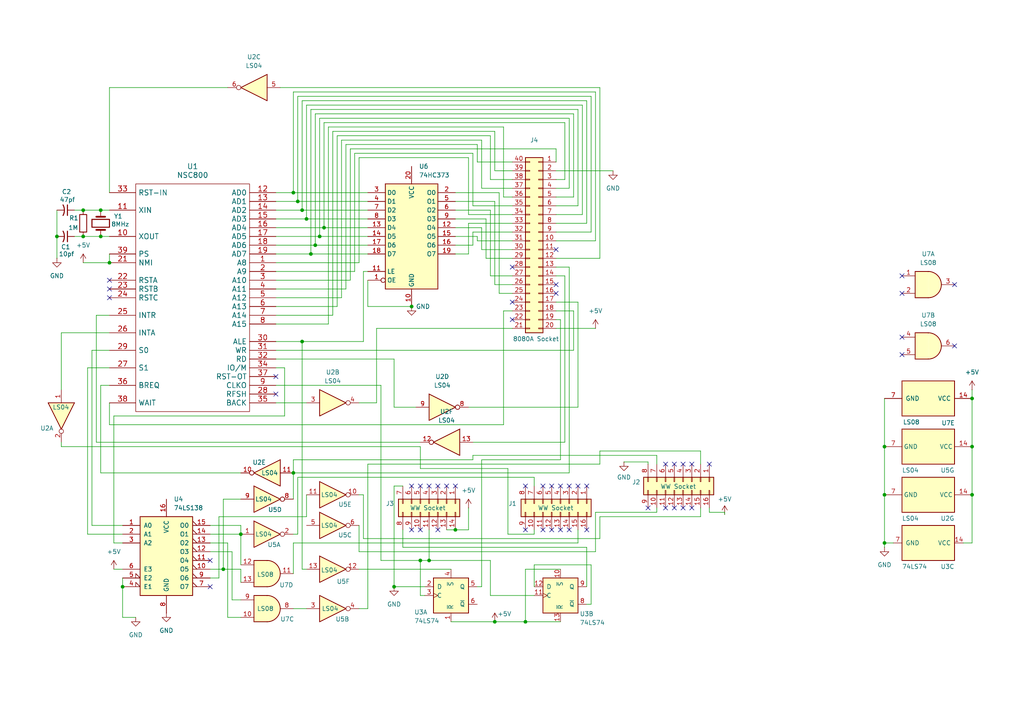
<source format=kicad_sch>
(kicad_sch (version 20250114) (generator "eeschema") (generator_version "9.0")
  (paper "A4")
  (lib_symbols
    (symbol "74xx:74HC373"
      (property "Reference" "U" (at -7.62 16.51 0))
      (property "Value" "74HC373" (at -7.62 -16.51 0))
      (symbol "74HC373_1_0"
        (pin input line (at -12.7 12.7 0) (length 5.08) (name "D0") (number "3"))
        (pin input line (at -12.7 10.16 0) (length 5.08) (name "D1") (number "4"))
        (pin input line (at -12.7 7.62 0) (length 5.08) (name "D2") (number "7"))
        (pin input line (at -12.7 5.08 0) (length 5.08) (name "D3") (number "8"))
        (pin input line (at -12.7 2.54 0) (length 5.08) (name "D4") (number "13"))
        (pin input line (at -12.7 0 0) (length 5.08) (name "D5") (number "14"))
        (pin input line (at -12.7 -2.54 0) (length 5.08) (name "D6") (number "17"))
        (pin input line (at -12.7 -5.08 0) (length 5.08) (name "D7") (number "18"))
        (pin input line (at -12.7 -10.16 0) (length 5.08) (name "LE") (number "11"))
        (pin input inverted (at -12.7 -12.7 0) (length 5.08) (name "OE") (number "1"))
        (pin power_in line (at 0 20.32 270) (length 5.08) (name "VCC") (number "20"))
        (pin power_in line (at 0 -20.32 90) (length 5.08) (name "GND") (number "10"))
        (pin tri_state line (at 12.7 12.7 180) (length 5.08) (name "O0") (number "2"))
        (pin tri_state line (at 12.7 10.16 180) (length 5.08) (name "O1") (number "5"))
        (pin tri_state line (at 12.7 7.62 180) (length 5.08) (name "O2") (number "6"))
        (pin tri_state line (at 12.7 5.08 180) (length 5.08) (name "O3") (number "9"))
        (pin tri_state line (at 12.7 2.54 180) (length 5.08) (name "O4") (number "12"))
        (pin tri_state line (at 12.7 0 180) (length 5.08) (name "O5") (number "15"))
        (pin tri_state line (at 12.7 -2.54 180) (length 5.08) (name "O6") (number "16"))
        (pin tri_state line (at 12.7 -5.08 180) (length 5.08) (name "O7") (number "19"))
      )
    )
    (symbol "74xx:74LS04"
      (property "Reference" "U" (at 0 1.27 0))
      (property "Value" "74LS04" (at 0 -1.27 0))
      (symbol "74LS04_1_0"
        (pin input line (at -7.62 0 0) (length 3.81) (name "~") (number "1"))
        (pin output inverted (at 7.62 0 180) (length 3.81) (name "~") (number "2"))
      )
      (symbol "74LS04_2_0"
        (pin input line (at -7.62 0 0) (length 3.81) (name "~") (number "3"))
        (pin output inverted (at 7.62 0 180) (length 3.81) (name "~") (number "4"))
      )
      (symbol "74LS04_3_0"
        (pin input line (at -7.62 0 0) (length 3.81) (name "~") (number "5"))
        (pin output inverted (at 7.62 0 180) (length 3.81) (name "~") (number "6"))
      )
      (symbol "74LS04_4_0"
        (pin input line (at -7.62 0 0) (length 3.81) (name "~") (number "9"))
        (pin output inverted (at 7.62 0 180) (length 3.81) (name "~") (number "8"))
      )
      (symbol "74LS04_5_0"
        (pin input line (at -7.62 0 0) (length 3.81) (name "~") (number "11"))
        (pin output inverted (at 7.62 0 180) (length 3.81) (name "~") (number "10"))
      )
      (symbol "74LS04_6_0"
        (pin input line (at -7.62 0 0) (length 3.81) (name "~") (number "13"))
        (pin output inverted (at 7.62 0 180) (length 3.81) (name "~") (number "12"))
      )
      (symbol "74LS04_7_0"
        (pin power_in line (at 0 12.7 270) (length 5.08) (name "VCC") (number "14"))
        (pin power_in line (at 0 -12.7 90) (length 5.08) (name "GND") (number "7"))
      )
    )
    (symbol "74xx:74LS08" (pin_names (offset 1.016))
      (property "Reference" "U" (at 0 1.27 0))
      (property "Value" "74LS08" (at 0 -1.27 0))
      (symbol "74LS08_1_1"
        (pin input line (at -7.62 2.54 0) (length 3.81) (name "~") (number "1"))
        (pin input line (at -7.62 -2.54 0) (length 3.81) (name "~") (number "2"))
        (pin output line (at 7.62 0 180) (length 3.81) (name "~") (number "3"))
      )
      (symbol "74LS08_1_2"
        (pin input inverted (at -7.62 2.54 0) (length 4.318) (name "~") (number "1"))
        (pin input inverted (at -7.62 -2.54 0) (length 4.318) (name "~") (number "2"))
        (pin output inverted (at 7.62 0 180) (length 3.81) (name "~") (number "3"))
      )
      (symbol "74LS08_2_1"
        (pin input line (at -7.62 2.54 0) (length 3.81) (name "~") (number "4"))
        (pin input line (at -7.62 -2.54 0) (length 3.81) (name "~") (number "5"))
        (pin output line (at 7.62 0 180) (length 3.81) (name "~") (number "6"))
      )
      (symbol "74LS08_2_2"
        (pin input inverted (at -7.62 2.54 0) (length 4.318) (name "~") (number "4"))
        (pin input inverted (at -7.62 -2.54 0) (length 4.318) (name "~") (number "5"))
        (pin output inverted (at 7.62 0 180) (length 3.81) (name "~") (number "6"))
      )
      (symbol "74LS08_3_1"
        (pin input line (at -7.62 2.54 0) (length 3.81) (name "~") (number "9"))
        (pin input line (at -7.62 -2.54 0) (length 3.81) (name "~") (number "10"))
        (pin output line (at 7.62 0 180) (length 3.81) (name "~") (number "8"))
      )
      (symbol "74LS08_3_2"
        (pin input inverted (at -7.62 2.54 0) (length 4.318) (name "~") (number "9"))
        (pin input inverted (at -7.62 -2.54 0) (length 4.318) (name "~") (number "10"))
        (pin output inverted (at 7.62 0 180) (length 3.81) (name "~") (number "8"))
      )
      (symbol "74LS08_4_1"
        (pin input line (at -7.62 2.54 0) (length 3.81) (name "~") (number "12"))
        (pin input line (at -7.62 -2.54 0) (length 3.81) (name "~") (number "13"))
        (pin output line (at 7.62 0 180) (length 3.81) (name "~") (number "11"))
      )
      (symbol "74LS08_4_2"
        (pin input inverted (at -7.62 2.54 0) (length 4.318) (name "~") (number "12"))
        (pin input inverted (at -7.62 -2.54 0) (length 4.318) (name "~") (number "13"))
        (pin output inverted (at 7.62 0 180) (length 3.81) (name "~") (number "11"))
      )
      (symbol "74LS08_5_0"
        (pin power_in line (at 0 12.7 270) (length 5.08) (name "VCC") (number "14"))
        (pin power_in line (at 0 -12.7 90) (length 5.08) (name "GND") (number "7"))
      )
    )
    (symbol "74xx:74LS138" (pin_names (offset 1.016))
      (property "Reference" "U" (at -7.62 11.43 0))
      (property "Value" "74LS138" (at -7.62 -13.97 0))
      (symbol "74LS138_1_0"
        (pin input line (at -12.7 7.62 0) (length 5.08) (name "A0") (number "1"))
        (pin input line (at -12.7 5.08 0) (length 5.08) (name "A1") (number "2"))
        (pin input line (at -12.7 2.54 0) (length 5.08) (name "A2") (number "3"))
        (pin input line (at -12.7 -5.08 0) (length 5.08) (name "E3") (number "6"))
        (pin input input_low (at -12.7 -7.62 0) (length 5.08) (name "E2") (number "5"))
        (pin input input_low (at -12.7 -10.16 0) (length 5.08) (name "E1") (number "4"))
        (pin power_in line (at 0 15.24 270) (length 5.08) (name "VCC") (number "16"))
        (pin power_in line (at 0 -17.78 90) (length 5.08) (name "GND") (number "8"))
        (pin output output_low (at 12.7 7.62 180) (length 5.08) (name "O0") (number "15"))
        (pin output output_low (at 12.7 5.08 180) (length 5.08) (name "O1") (number "14"))
        (pin output output_low (at 12.7 2.54 180) (length 5.08) (name "O2") (number "13"))
        (pin output output_low (at 12.7 0 180) (length 5.08) (name "O3") (number "12"))
        (pin output output_low (at 12.7 -2.54 180) (length 5.08) (name "O4") (number "11"))
        (pin output output_low (at 12.7 -5.08 180) (length 5.08) (name "O5") (number "10"))
        (pin output output_low (at 12.7 -7.62 180) (length 5.08) (name "O6") (number "9"))
        (pin output output_low (at 12.7 -10.16 180) (length 5.08) (name "O7") (number "7"))
      )
    )
    (symbol "74xx:74LS74" (pin_names (offset 1.016))
      (property "Reference" "U" (at -7.62 8.89 0))
      (property "Value" "74LS74" (at -7.62 -8.89 0))
      (symbol "74LS74_1_0"
        (pin input line (at -7.62 2.54 0) (length 2.54) (name "D") (number "2"))
        (pin input clock (at -7.62 0 0) (length 2.54) (name "C") (number "3"))
        (pin input line (at 0 7.62 270) (length 2.54) (name "~{S}") (number "4"))
        (pin input line (at 0 -7.62 90) (length 2.54) (name "~{R}") (number "1"))
        (pin output line (at 7.62 2.54 180) (length 2.54) (name "Q") (number "5"))
        (pin output line (at 7.62 -2.54 180) (length 2.54) (name "~{Q}") (number "6"))
      )
      (symbol "74LS74_2_0"
        (pin input line (at -7.62 2.54 0) (length 2.54) (name "D") (number "12"))
        (pin input clock (at -7.62 0 0) (length 2.54) (name "C") (number "11"))
        (pin input line (at 0 7.62 270) (length 2.54) (name "~{S}") (number "10"))
        (pin input line (at 0 -7.62 90) (length 2.54) (name "~{R}") (number "13"))
        (pin output line (at 7.62 2.54 180) (length 2.54) (name "Q") (number "9"))
        (pin output line (at 7.62 -2.54 180) (length 2.54) (name "~{Q}") (number "8"))
      )
      (symbol "74LS74_3_0"
        (pin power_in line (at 0 10.16 270) (length 2.54) (name "VCC") (number "14"))
        (pin power_in line (at 0 -10.16 90) (length 2.54) (name "GND") (number "7"))
      )
    )
    (symbol "Connector_Generic:Conn_02x07_Counter_Clockwise" (pin_names (offset 1.016) (hide yes))
      (property "Reference" "J" (at 1.27 10.16 0))
      (property "Value" "Conn_02x07_Counter_Clockwise" (at 1.27 -10.16 0))
      (symbol "Conn_02x07_Counter_Clockwise_1_1"
        (pin passive line (at -5.08 7.62 0) (length 3.81) (name "Pin_1") (number "1"))
        (pin passive line (at -5.08 5.08 0) (length 3.81) (name "Pin_2") (number "2"))
        (pin passive line (at -5.08 2.54 0) (length 3.81) (name "Pin_3") (number "3"))
        (pin passive line (at -5.08 0 0) (length 3.81) (name "Pin_4") (number "4"))
        (pin passive line (at -5.08 -2.54 0) (length 3.81) (name "Pin_5") (number "5"))
        (pin passive line (at -5.08 -5.08 0) (length 3.81) (name "Pin_6") (number "6"))
        (pin passive line (at -5.08 -7.62 0) (length 3.81) (name "Pin_7") (number "7"))
        (pin passive line (at 7.62 7.62 180) (length 3.81) (name "Pin_14") (number "14"))
        (pin passive line (at 7.62 5.08 180) (length 3.81) (name "Pin_13") (number "13"))
        (pin passive line (at 7.62 2.54 180) (length 3.81) (name "Pin_12") (number "12"))
        (pin passive line (at 7.62 0 180) (length 3.81) (name "Pin_11") (number "11"))
        (pin passive line (at 7.62 -2.54 180) (length 3.81) (name "Pin_10") (number "10"))
        (pin passive line (at 7.62 -5.08 180) (length 3.81) (name "Pin_9") (number "9"))
        (pin passive line (at 7.62 -7.62 180) (length 3.81) (name "Pin_8") (number "8"))
      )
    )
    (symbol "Connector_Generic:Conn_02x08_Counter_Clockwise" (pin_names (offset 1.016) (hide yes))
      (property "Reference" "J" (at 1.27 10.16 0))
      (property "Value" "Conn_02x08_Counter_Clockwise" (at 1.27 -12.7 0))
      (symbol "Conn_02x08_Counter_Clockwise_1_1"
        (pin passive line (at -5.08 7.62 0) (length 3.81) (name "Pin_1") (number "1"))
        (pin passive line (at -5.08 5.08 0) (length 3.81) (name "Pin_2") (number "2"))
        (pin passive line (at -5.08 2.54 0) (length 3.81) (name "Pin_3") (number "3"))
        (pin passive line (at -5.08 0 0) (length 3.81) (name "Pin_4") (number "4"))
        (pin passive line (at -5.08 -2.54 0) (length 3.81) (name "Pin_5") (number "5"))
        (pin passive line (at -5.08 -5.08 0) (length 3.81) (name "Pin_6") (number "6"))
        (pin passive line (at -5.08 -7.62 0) (length 3.81) (name "Pin_7") (number "7"))
        (pin passive line (at -5.08 -10.16 0) (length 3.81) (name "Pin_8") (number "8"))
        (pin passive line (at 7.62 7.62 180) (length 3.81) (name "Pin_16") (number "16"))
        (pin passive line (at 7.62 5.08 180) (length 3.81) (name "Pin_15") (number "15"))
        (pin passive line (at 7.62 2.54 180) (length 3.81) (name "Pin_14") (number "14"))
        (pin passive line (at 7.62 0 180) (length 3.81) (name "Pin_13") (number "13"))
        (pin passive line (at 7.62 -2.54 180) (length 3.81) (name "Pin_12") (number "12"))
        (pin passive line (at 7.62 -5.08 180) (length 3.81) (name "Pin_11") (number "11"))
        (pin passive line (at 7.62 -7.62 180) (length 3.81) (name "Pin_10") (number "10"))
        (pin passive line (at 7.62 -10.16 180) (length 3.81) (name "Pin_9") (number "9"))
      )
    )
    (symbol "Connector_Generic:Conn_02x20_Counter_Clockwise" (pin_names (offset 1.016) (hide yes))
      (property "Reference" "J" (at 1.27 25.4 0))
      (property "Value" "Conn_02x20_Counter_Clockwise" (at 1.27 -27.94 0))
      (symbol "Conn_02x20_Counter_Clockwise_1_1"
        (pin passive line (at -5.08 22.86 0) (length 3.81) (name "Pin_1") (number "1"))
        (pin passive line (at -5.08 20.32 0) (length 3.81) (name "Pin_2") (number "2"))
        (pin passive line (at -5.08 17.78 0) (length 3.81) (name "Pin_3") (number "3"))
        (pin passive line (at -5.08 15.24 0) (length 3.81) (name "Pin_4") (number "4"))
        (pin passive line (at -5.08 12.7 0) (length 3.81) (name "Pin_5") (number "5"))
        (pin passive line (at -5.08 10.16 0) (length 3.81) (name "Pin_6") (number "6"))
        (pin passive line (at -5.08 7.62 0) (length 3.81) (name "Pin_7") (number "7"))
        (pin passive line (at -5.08 5.08 0) (length 3.81) (name "Pin_8") (number "8"))
        (pin passive line (at -5.08 2.54 0) (length 3.81) (name "Pin_9") (number "9"))
        (pin passive line (at -5.08 0 0) (length 3.81) (name "Pin_10") (number "10"))
        (pin passive line (at -5.08 -2.54 0) (length 3.81) (name "Pin_11") (number "11"))
        (pin passive line (at -5.08 -5.08 0) (length 3.81) (name "Pin_12") (number "12"))
        (pin passive line (at -5.08 -7.62 0) (length 3.81) (name "Pin_13") (number "13"))
        (pin passive line (at -5.08 -10.16 0) (length 3.81) (name "Pin_14") (number "14"))
        (pin passive line (at -5.08 -12.7 0) (length 3.81) (name "Pin_15") (number "15"))
        (pin passive line (at -5.08 -15.24 0) (length 3.81) (name "Pin_16") (number "16"))
        (pin passive line (at -5.08 -17.78 0) (length 3.81) (name "Pin_17") (number "17"))
        (pin passive line (at -5.08 -20.32 0) (length 3.81) (name "Pin_18") (number "18"))
        (pin passive line (at -5.08 -22.86 0) (length 3.81) (name "Pin_19") (number "19"))
        (pin passive line (at -5.08 -25.4 0) (length 3.81) (name "Pin_20") (number "20"))
        (pin passive line (at 7.62 22.86 180) (length 3.81) (name "Pin_40") (number "40"))
        (pin passive line (at 7.62 20.32 180) (length 3.81) (name "Pin_39") (number "39"))
        (pin passive line (at 7.62 17.78 180) (length 3.81) (name "Pin_38") (number "38"))
        (pin passive line (at 7.62 15.24 180) (length 3.81) (name "Pin_37") (number "37"))
        (pin passive line (at 7.62 12.7 180) (length 3.81) (name "Pin_36") (number "36"))
        (pin passive line (at 7.62 10.16 180) (length 3.81) (name "Pin_35") (number "35"))
        (pin passive line (at 7.62 7.62 180) (length 3.81) (name "Pin_34") (number "34"))
        (pin passive line (at 7.62 5.08 180) (length 3.81) (name "Pin_33") (number "33"))
        (pin passive line (at 7.62 2.54 180) (length 3.81) (name "Pin_32") (number "32"))
        (pin passive line (at 7.62 0 180) (length 3.81) (name "Pin_31") (number "31"))
        (pin passive line (at 7.62 -2.54 180) (length 3.81) (name "Pin_30") (number "30"))
        (pin passive line (at 7.62 -5.08 180) (length 3.81) (name "Pin_29") (number "29"))
        (pin passive line (at 7.62 -7.62 180) (length 3.81) (name "Pin_28") (number "28"))
        (pin passive line (at 7.62 -10.16 180) (length 3.81) (name "Pin_27") (number "27"))
        (pin passive line (at 7.62 -12.7 180) (length 3.81) (name "Pin_26") (number "26"))
        (pin passive line (at 7.62 -15.24 180) (length 3.81) (name "Pin_25") (number "25"))
        (pin passive line (at 7.62 -17.78 180) (length 3.81) (name "Pin_24") (number "24"))
        (pin passive line (at 7.62 -20.32 180) (length 3.81) (name "Pin_23") (number "23"))
        (pin passive line (at 7.62 -22.86 180) (length 3.81) (name "Pin_22") (number "22"))
        (pin passive line (at 7.62 -25.4 180) (length 3.81) (name "Pin_21") (number "21"))
      )
    )
    (symbol "Device:C_Small_US" (pin_numbers (hide yes)) (pin_names (offset 0.254) (hide yes))
      (property "Reference" "C" (at 0.254 1.778 0))
      (property "Value" "C_Small_US" (at 0.254 -2.032 0))
      (symbol "C_Small_US_1_1"
        (pin passive line (at 0 2.54 270) (length 2.032) (name "~") (number "1"))
        (pin passive line (at 0 -2.54 90) (length 2.032) (name "~") (number "2"))
      )
    )
    (symbol "Device:Crystal" (pin_numbers (hide yes)) (pin_names (offset 1.016) (hide yes))
      (property "Reference" "Y" (at 0 3.81 0))
      (property "Value" "Crystal" (at 0 -3.81 0))
      (symbol "Crystal_1_1"
        (pin passive line (at -3.81 0 0) (length 1.27) (name "1") (number "1"))
        (pin passive line (at 3.81 0 180) (length 1.27) (name "2") (number "2"))
      )
    )
    (symbol "Device:R" (pin_numbers (hide yes)) (pin_names (offset 0))
      (property "Reference" "R" (at 2.032 0 90))
      (property "Value" "R" (at 0 0 90))
      (symbol "R_1_1"
        (pin passive line (at 0 3.81 270) (length 1.27) (name "~") (number "1"))
        (pin passive line (at 0 -3.81 90) (length 1.27) (name "~") (number "2"))
      )
    )
    (symbol "MyStuff:NSC800" (pin_names (offset 0.762))
      (property "Reference" "U" (at 0 34.29 0))
      (property "Value" "NSC800" (at 0 -34.29 0))
      (symbol "NSC800_1_1"
        (pin input line (at -24.13 30.48 0) (length 7.62) (name "RST-IN") (number "33"))
        (pin input line (at -24.13 25.4 0) (length 7.62) (name "XIN") (number "11"))
        (pin input line (at -24.13 17.78 0) (length 7.62) (name "XOUT") (number "10"))
        (pin input line (at -24.13 12.7 0) (length 7.62) (name "PS") (number "39"))
        (pin input line (at -24.13 10.16 0) (length 7.62) (name "NMI") (number "21"))
        (pin input line (at -24.13 5.08 0) (length 7.62) (name "RSTA") (number "22"))
        (pin input line (at -24.13 2.54 0) (length 7.62) (name "RSTB") (number "23"))
        (pin input line (at -24.13 0 0) (length 7.62) (name "RSTC") (number "24"))
        (pin input line (at -24.13 -5.08 0) (length 7.62) (name "INTR") (number "25"))
        (pin input line (at -24.13 -10.16 0) (length 7.62) (name "INTA") (number "26"))
        (pin output line (at -24.13 -15.24 0) (length 7.62) (name "S0") (number "29"))
        (pin output line (at -24.13 -20.32 0) (length 7.62) (name "S1") (number "27"))
        (pin input line (at -24.13 -25.4 0) (length 7.62) (name "BREQ") (number "36"))
        (pin input line (at -24.13 -30.48 0) (length 7.62) (name "WAIT") (number "38"))
        (pin power_in line (at -16.51 33.02 270) (length 0) (hide yes) (name "VCC") (number "40"))
        (pin power_in line (at -16.51 -33.02 90) (length 0) (hide yes) (name "VSS") (number "20"))
        (pin bidirectional line (at 24.13 30.48 180) (length 7.62) (name "AD0") (number "12"))
        (pin bidirectional line (at 24.13 27.94 180) (length 7.62) (name "AD1") (number "13"))
        (pin bidirectional line (at 24.13 25.4 180) (length 7.62) (name "AD2") (number "14"))
        (pin bidirectional line (at 24.13 22.86 180) (length 7.62) (name "AD3") (number "15"))
        (pin bidirectional line (at 24.13 20.32 180) (length 7.62) (name "AD4") (number "16"))
        (pin bidirectional line (at 24.13 17.78 180) (length 7.62) (name "AD5") (number "17"))
        (pin bidirectional line (at 24.13 15.24 180) (length 7.62) (name "AD6") (number "18"))
        (pin bidirectional line (at 24.13 12.7 180) (length 7.62) (name "AD7") (number "19"))
        (pin bidirectional line (at 24.13 10.16 180) (length 7.62) (name "A8") (number "1"))
        (pin bidirectional line (at 24.13 7.62 180) (length 7.62) (name "A9") (number "2"))
        (pin bidirectional line (at 24.13 5.08 180) (length 7.62) (name "A10") (number "3"))
        (pin bidirectional line (at 24.13 2.54 180) (length 7.62) (name "A11") (number "4"))
        (pin bidirectional line (at 24.13 0 180) (length 7.62) (name "A12") (number "5"))
        (pin bidirectional line (at 24.13 -2.54 180) (length 7.62) (name "A13") (number "6"))
        (pin bidirectional line (at 24.13 -5.08 180) (length 7.62) (name "A14") (number "7"))
        (pin bidirectional line (at 24.13 -7.62 180) (length 7.62) (name "A15") (number "8"))
        (pin output line (at 24.13 -12.7 180) (length 7.62) (name "ALE") (number "30"))
        (pin output line (at 24.13 -15.24 180) (length 7.62) (name "WR") (number "31"))
        (pin output line (at 24.13 -17.78 180) (length 7.62) (name "RD") (number "32"))
        (pin output line (at 24.13 -20.32 180) (length 7.62) (name "IO/M") (number "34"))
        (pin output line (at 24.13 -22.86 180) (length 7.62) (name "RST-OT") (number "37"))
        (pin output line (at 24.13 -25.4 180) (length 7.62) (name "CLKO") (number "9"))
        (pin output line (at 24.13 -27.94 180) (length 7.62) (name "RFSH") (number "28"))
        (pin output line (at 24.13 -30.48 180) (length 7.62) (name "BACK") (number "35"))
      )
    )
    (symbol "power:+5V" (power) (pin_numbers (hide yes)) (pin_names (offset 0) (hide yes))
      (property "Value" "+5V" (at 0 3.556 0))
      (symbol "+5V_1_1"
        (pin power_in line (at 0 0 90) (length 0) (name "~") (number "1"))
      )
    )
    (symbol "power:GND" (power) (pin_numbers (hide yes)) (pin_names (offset 0) (hide yes))
      (property "Value" "GND" (at 0 -3.81 0))
      (symbol "GND_1_1"
        (pin power_in line (at 0 0 270) (length 0) (name "~") (number "1"))
      )
    )
  )
  (junction (at 87.63 60.96))
  (junction (at 256.54 143.51))
  (junction (at 281.94 129.54))
  (junction (at 16.51 68.58))
  (junction (at 256.54 157.48))
  (junction (at 86.36 58.42))
  (junction (at 281.94 115.57))
  (junction (at 35.56 170.18))
  (junction (at 256.54 129.54))
  (junction (at 143.51 180.34))
  (junction (at 29.21 68.58))
  (junction (at 31.75 76.2))
  (junction (at 64.77 165.1))
  (junction (at 87.63 99.06))
  (junction (at 281.94 143.51))
  (junction (at 85.09 137.16))
  (junction (at 121.92 162.56))
  (junction (at 69.85 154.94))
  (junction (at 132.08 153.67))
  (junction (at 24.13 60.96))
  (junction (at 114.3 170.18))
  (junction (at 92.71 68.58))
  (junction (at 88.9 63.5))
  (junction (at 124.46 162.56))
  (junction (at 93.98 66.04))
  (junction (at 29.21 60.96))
  (junction (at 24.13 68.58))
  (junction (at 119.38 88.9))
  (junction (at 90.17 73.66))
  (junction (at 152.4 180.34))
  (junction (at 85.09 55.88))
  (junction (at 91.44 71.12))
  (no_connect (at 200.66 134.62))
  (no_connect (at 276.86 82.55))
  (no_connect (at 60.96 170.18))
  (no_connect (at 161.29 72.39))
  (no_connect (at 205.74 134.62))
  (no_connect (at 31.75 83.82))
  (no_connect (at 165.1 140.97))
  (no_connect (at 187.96 147.32))
  (no_connect (at 124.46 140.97))
  (no_connect (at 193.04 147.32))
  (no_connect (at 162.56 153.67))
  (no_connect (at 161.29 82.55))
  (no_connect (at 160.02 140.97))
  (no_connect (at 198.12 134.62))
  (no_connect (at 157.48 153.67))
  (no_connect (at 60.96 162.56))
  (no_connect (at 80.01 109.22))
  (no_connect (at 261.62 80.01))
  (no_connect (at 148.59 77.47))
  (no_connect (at 127 153.67))
  (no_connect (at 195.58 134.62))
  (no_connect (at 119.38 140.97))
  (no_connect (at 119.38 153.67))
  (no_connect (at 170.18 153.67))
  (no_connect (at 200.66 147.32))
  (no_connect (at 152.4 140.97))
  (no_connect (at 162.56 140.97))
  (no_connect (at 148.59 87.63))
  (no_connect (at 121.92 153.67))
  (no_connect (at 31.75 86.36))
  (no_connect (at 121.92 140.97))
  (no_connect (at 31.75 81.28))
  (no_connect (at 127 140.97))
  (no_connect (at 129.54 140.97))
  (no_connect (at 198.12 147.32))
  (no_connect (at 261.62 85.09))
  (no_connect (at 160.02 153.67))
  (no_connect (at 261.62 97.79))
  (no_connect (at 152.4 153.67))
  (no_connect (at 80.01 114.3))
  (no_connect (at 170.18 140.97))
  (no_connect (at 132.08 140.97))
  (no_connect (at 167.64 140.97))
  (no_connect (at 195.58 147.32))
  (no_connect (at 193.04 134.62))
  (no_connect (at 276.86 100.33))
  (no_connect (at 261.62 102.87))
  (no_connect (at 148.59 92.71))
  (no_connect (at 165.1 153.67))
  (no_connect (at 157.48 140.97))
  (no_connect (at 161.29 85.09))
  (wire (pts (xy 140.97 74.93) (xy 148.59 74.93)))
  (wire (pts (xy 80.01 104.14) (xy 114.3 104.14)))
  (wire (pts (xy 161.29 92.71) (xy 162.56 92.71)))
  (wire (pts (xy 139.7 133.35) (xy 139.7 170.18)))
  (wire (pts (xy 64.77 165.1) (xy 69.85 165.1)))
  (wire (pts (xy 146.05 57.15) (xy 148.59 57.15)))
  (wire (pts (xy 147.32 135.89) (xy 147.32 154.94)))
  (wire (pts (xy 161.29 74.93) (xy 173.99 74.93)))
  (wire (pts (xy 27.94 91.44) (xy 31.75 91.44)))
  (wire (pts (xy 104.14 45.72) (xy 135.89 45.72)))
  (wire (pts (xy 109.22 116.84) (xy 109.22 95.25)))
  (wire (pts (xy 138.43 46.99) (xy 148.59 46.99)))
  (wire (pts (xy 35.56 179.07) (xy 39.37 179.07)))
  (wire (pts (xy 142.24 80.01) (xy 148.59 80.01)))
  (wire (pts (xy 60.96 165.1) (xy 64.77 165.1)))
  (wire (pts (xy 104.14 116.84) (xy 109.22 116.84)))
  (wire (pts (xy 64.77 165.1) (xy 64.77 144.78)))
  (wire (pts (xy 80.01 60.96) (xy 87.63 60.96)))
  (wire (pts (xy 139.7 170.18) (xy 138.43 170.18)))
  (wire (pts (xy 162.56 180.34) (xy 152.4 180.34)))
  (wire (pts (xy 154.94 138.43) (xy 154.94 140.97)))
  (wire (pts (xy 96.52 38.1) (xy 143.51 38.1)))
  (wire (pts (xy 116.84 158.75) (xy 170.18 158.75)))
  (wire (pts (xy 69.85 165.1) (xy 69.85 168.91)))
  (wire (pts (xy 137.16 132.08) (xy 137.16 133.35)))
  (wire (pts (xy 104.14 165.1) (xy 130.81 165.1)))
  (wire (pts (xy 85.09 154.94) (xy 86.36 154.94)))
  (wire (pts (xy 99.06 40.64) (xy 139.7 40.64)))
  (wire (pts (xy 66.04 157.48) (xy 66.04 179.07)))
  (wire (pts (xy 106.68 134.62) (xy 173.99 134.62)))
  (wire (pts (xy 31.75 73.66) (xy 31.75 76.2)))
  (wire (pts (xy 124.46 162.56) (xy 121.92 162.56)))
  (wire (pts (xy 142.24 162.56) (xy 142.24 172.72)))
  (wire (pts (xy 69.85 137.16) (xy 29.21 137.16)))
  (wire (pts (xy 27.94 128.27) (xy 27.94 91.44)))
  (wire (pts (xy 190.5 134.62) (xy 190.5 132.08)))
  (wire (pts (xy 80.01 116.84) (xy 88.9 116.84)))
  (wire (pts (xy 137.16 67.31) (xy 148.59 67.31)))
  (wire (pts (xy 138.43 41.91) (xy 138.43 46.99)))
  (wire (pts (xy 80.01 91.44) (xy 96.52 91.44)))
  (wire (pts (xy 80.01 111.76) (xy 110.49 111.76)))
  (wire (pts (xy 144.78 55.88) (xy 144.78 85.09)))
  (wire (pts (xy 132.08 68.58) (xy 138.43 68.58)))
  (wire (pts (xy 139.7 54.61) (xy 148.59 54.61)))
  (wire (pts (xy 86.36 58.42) (xy 106.68 58.42)))
  (wire (pts (xy 99.06 86.36) (xy 99.06 40.64)))
  (wire (pts (xy 26.67 101.6) (xy 26.67 152.4)))
  (wire (pts (xy 93.98 35.56) (xy 163.83 35.56)))
  (wire (pts (xy 35.56 170.18) (xy 35.56 179.07)))
  (wire (pts (xy 29.21 111.76) (xy 31.75 111.76)))
  (wire (pts (xy 281.94 157.48) (xy 279.4 157.48)))
  (wire (pts (xy 87.63 99.06) (xy 87.63 165.1)))
  (wire (pts (xy 100.33 83.82) (xy 100.33 41.91)))
  (wire (pts (xy 170.18 29.21) (xy 170.18 64.77)))
  (wire (pts (xy 80.01 99.06) (xy 87.63 99.06)))
  (wire (pts (xy 64.77 144.78) (xy 69.85 144.78)))
  (wire (pts (xy 163.83 80.01) (xy 163.83 128.27)))
  (wire (pts (xy 80.01 78.74) (xy 102.87 78.74)))
  (wire (pts (xy 139.7 40.64) (xy 139.7 54.61)))
  (wire (pts (xy 142.24 60.96) (xy 142.24 80.01)))
  (wire (pts (xy 173.99 130.81) (xy 203.2 130.81)))
  (wire (pts (xy 171.45 163.83) (xy 154.94 163.83)))
  (wire (pts (xy 137.16 59.69) (xy 148.59 59.69)))
  (wire (pts (xy 256.54 157.48) (xy 259.08 157.48)))
  (wire (pts (xy 24.13 76.2) (xy 31.75 76.2)))
  (wire (pts (xy 166.37 101.6) (xy 166.37 90.17)))
  (wire (pts (xy 148.59 90.17) (xy 146.05 90.17)))
  (wire (pts (xy 135.89 62.23) (xy 148.59 62.23)))
  (wire (pts (xy 16.51 60.96) (xy 16.51 68.58)))
  (wire (pts (xy 80.01 81.28) (xy 101.6 81.28)))
  (wire (pts (xy 85.09 157.48) (xy 85.09 166.37)))
  (wire (pts (xy 154.94 163.83) (xy 154.94 170.18)))
  (wire (pts (xy 146.05 36.83) (xy 146.05 57.15)))
  (wire (pts (xy 104.14 160.02) (xy 172.72 160.02)))
  (wire (pts (xy 106.68 88.9) (xy 119.38 88.9)))
  (wire (pts (xy 121.92 162.56) (xy 121.92 172.72)))
  (wire (pts (xy 143.51 82.55) (xy 148.59 82.55)))
  (wire (pts (xy 80.01 101.6) (xy 166.37 101.6)))
  (wire (pts (xy 82.55 106.68) (xy 82.55 120.65)))
  (wire (pts (xy 256.54 129.54) (xy 256.54 115.57)))
  (wire (pts (xy 33.02 157.48) (xy 35.56 157.48)))
  (wire (pts (xy 88.9 30.48) (xy 168.91 30.48)))
  (wire (pts (xy 121.92 129.54) (xy 121.92 135.89)))
  (wire (pts (xy 135.89 45.72) (xy 135.89 62.23)))
  (wire (pts (xy 105.41 99.06) (xy 105.41 78.74)))
  (wire (pts (xy 90.17 73.66) (xy 90.17 31.75)))
  (wire (pts (xy 88.9 63.5) (xy 106.68 63.5)))
  (wire (pts (xy 135.89 153.67) (xy 135.89 147.32)))
  (wire (pts (xy 167.64 31.75) (xy 167.64 59.69)))
  (wire (pts (xy 190.5 132.08) (xy 137.16 132.08)))
  (wire (pts (xy 173.99 156.21) (xy 173.99 149.86)))
  (wire (pts (xy 139.7 66.04) (xy 139.7 72.39)))
  (wire (pts (xy 172.72 160.02) (xy 172.72 148.59)))
  (wire (pts (xy 138.43 68.58) (xy 138.43 69.85)))
  (wire (pts (xy 165.1 34.29) (xy 165.1 54.61)))
  (wire (pts (xy 163.83 35.56) (xy 163.83 52.07)))
  (wire (pts (xy 104.14 76.2) (xy 104.14 45.72)))
  (wire (pts (xy 281.94 113.03) (xy 281.94 115.57)))
  (wire (pts (xy 86.36 154.94) (xy 86.36 138.43)))
  (wire (pts (xy 132.08 58.42) (xy 143.51 58.42)))
  (wire (pts (xy 161.29 95.25) (xy 172.72 95.25)))
  (wire (pts (xy 105.41 143.51) (xy 104.14 143.51)))
  (wire (pts (xy 203.2 130.81) (xy 203.2 134.62)))
  (wire (pts (xy 92.71 34.29) (xy 165.1 34.29)))
  (wire (pts (xy 171.45 27.94) (xy 171.45 67.31)))
  (wire (pts (xy 132.08 55.88) (xy 144.78 55.88)))
  (wire (pts (xy 60.96 154.94) (xy 69.85 154.94)))
  (wire (pts (xy 85.09 55.88) (xy 106.68 55.88)))
  (wire (pts (xy 86.36 27.94) (xy 171.45 27.94)))
  (wire (pts (xy 173.99 149.86) (xy 203.2 149.86)))
  (wire (pts (xy 203.2 149.86) (xy 203.2 147.32)))
  (wire (pts (xy 21.59 68.58) (xy 24.13 68.58)))
  (wire (pts (xy 85.09 176.53) (xy 88.9 176.53)))
  (wire (pts (xy 172.72 148.59) (xy 190.5 148.59)))
  (wire (pts (xy 143.51 180.34) (xy 152.4 180.34)))
  (wire (pts (xy 87.63 60.96) (xy 87.63 29.21)))
  (wire (pts (xy 80.01 71.12) (xy 91.44 71.12)))
  (wire (pts (xy 104.14 152.4) (xy 104.14 160.02)))
  (wire (pts (xy 87.63 99.06) (xy 105.41 99.06)))
  (wire (pts (xy 121.92 128.27) (xy 27.94 128.27)))
  (wire (pts (xy 114.3 140.97) (xy 114.3 170.18)))
  (wire (pts (xy 97.79 39.37) (xy 142.24 39.37)))
  (wire (pts (xy 104.14 176.53) (xy 106.68 176.53)))
  (wire (pts (xy 167.64 153.67) (xy 167.64 157.48)))
  (wire (pts (xy 142.24 39.37) (xy 142.24 52.07)))
  (wire (pts (xy 161.29 43.18) (xy 161.29 46.99)))
  (wire (pts (xy 67.31 173.99) (xy 69.85 173.99)))
  (wire (pts (xy 101.6 81.28) (xy 101.6 43.18)))
  (wire (pts (xy 87.63 60.96) (xy 106.68 60.96)))
  (wire (pts (xy 66.04 179.07) (xy 69.85 179.07)))
  (wire (pts (xy 81.28 25.4) (xy 173.99 25.4)))
  (wire (pts (xy 86.36 138.43) (xy 154.94 138.43)))
  (wire (pts (xy 161.29 57.15) (xy 166.37 57.15)))
  (wire (pts (xy 60.96 157.48) (xy 66.04 157.48)))
  (wire (pts (xy 33.02 120.65) (xy 33.02 157.48)))
  (wire (pts (xy 135.89 64.77) (xy 148.59 64.77)))
  (wire (pts (xy 29.21 60.96) (xy 31.75 60.96)))
  (wire (pts (xy 138.43 69.85) (xy 148.59 69.85)))
  (wire (pts (xy 187.96 133.985) (xy 187.96 134.62)))
  (wire (pts (xy 110.49 162.56) (xy 121.92 162.56)))
  (wire (pts (xy 85.09 137.16) (xy 165.1 137.16)))
  (wire (pts (xy 80.01 83.82) (xy 100.33 83.82)))
  (wire (pts (xy 162.56 92.71) (xy 162.56 133.35)))
  (wire (pts (xy 205.74 148.59) (xy 205.74 147.32)))
  (wire (pts (xy 24.13 68.58) (xy 29.21 68.58)))
  (wire (pts (xy 80.01 76.2) (xy 104.14 76.2)))
  (wire (pts (xy 86.36 58.42) (xy 86.36 27.94)))
  (wire (pts (xy 31.75 96.52) (xy 17.78 96.52)))
  (wire (pts (xy 171.45 67.31) (xy 161.29 67.31)))
  (wire (pts (xy 139.7 72.39) (xy 148.59 72.39)))
  (wire (pts (xy 163.83 52.07) (xy 161.29 52.07)))
  (wire (pts (xy 142.24 52.07) (xy 148.59 52.07)))
  (wire (pts (xy 140.97 63.5) (xy 140.97 74.93)))
  (wire (pts (xy 146.05 123.19) (xy 31.75 123.19)))
  (wire (pts (xy 109.22 95.25) (xy 148.59 95.25)))
  (wire (pts (xy 124.46 162.56) (xy 142.24 162.56)))
  (wire (pts (xy 80.01 63.5) (xy 88.9 63.5)))
  (wire (pts (xy 96.52 91.44) (xy 96.52 38.1)))
  (wire (pts (xy 17.78 129.54) (xy 121.92 129.54)))
  (wire (pts (xy 132.08 71.12) (xy 137.16 71.12)))
  (wire (pts (xy 26.67 152.4) (xy 35.56 152.4)))
  (wire (pts (xy 29.21 68.58) (xy 31.75 68.58)))
  (wire (pts (xy 135.89 73.66) (xy 135.89 64.77)))
  (wire (pts (xy 105.41 156.21) (xy 173.99 156.21)))
  (wire (pts (xy 171.45 175.26) (xy 171.45 163.83)))
  (wire (pts (xy 101.6 43.18) (xy 161.29 43.18)))
  (wire (pts (xy 80.01 93.98) (xy 95.25 93.98)))
  (wire (pts (xy 180.975 133.985) (xy 187.96 133.985)))
  (wire (pts (xy 161.29 77.47) (xy 165.1 77.47)))
  (wire (pts (xy 67.31 160.02) (xy 67.31 173.99)))
  (wire (pts (xy 90.17 31.75) (xy 167.64 31.75)))
  (wire (pts (xy 80.01 55.88) (xy 85.09 55.88)))
  (wire (pts (xy 60.96 160.02) (xy 67.31 160.02)))
  (wire (pts (xy 256.54 143.51) (xy 256.54 129.54)))
  (wire (pts (xy 161.29 62.23) (xy 168.91 62.23)))
  (wire (pts (xy 33.02 165.1) (xy 35.56 165.1)))
  (wire (pts (xy 25.4 106.68) (xy 25.4 154.94)))
  (wire (pts (xy 281.94 115.57) (xy 281.94 129.54)))
  (wire (pts (xy 281.94 143.51) (xy 281.94 157.48)))
  (wire (pts (xy 90.17 73.66) (xy 106.68 73.66)))
  (wire (pts (xy 190.5 147.32) (xy 190.5 148.59)))
  (wire (pts (xy 17.78 96.52) (xy 17.78 113.03)))
  (wire (pts (xy 137.16 71.12) (xy 137.16 67.31)))
  (wire (pts (xy 143.51 49.53) (xy 148.59 49.53)))
  (wire (pts (xy 152.4 180.34) (xy 152.4 165.1)))
  (wire (pts (xy 161.29 49.53) (xy 177.8 49.53)))
  (wire (pts (xy 256.54 158.75) (xy 256.54 157.48)))
  (wire (pts (xy 100.33 41.91) (xy 138.43 41.91)))
  (wire (pts (xy 69.85 152.4) (xy 60.96 152.4)))
  (wire (pts (xy 167.64 87.63) (xy 167.64 118.11)))
  (wire (pts (xy 31.75 123.19) (xy 31.75 116.84)))
  (wire (pts (xy 17.78 128.27) (xy 17.78 129.54)))
  (wire (pts (xy 69.85 152.4) (xy 69.85 154.94)))
  (wire (pts (xy 106.68 81.28) (xy 106.68 88.9)))
  (wire (pts (xy 31.75 55.88) (xy 31.75 25.4)))
  (wire (pts (xy 170.18 64.77) (xy 161.29 64.77)))
  (wire (pts (xy 80.01 66.04) (xy 93.98 66.04)))
  (wire (pts (xy 31.75 106.68) (xy 25.4 106.68)))
  (wire (pts (xy 121.92 172.72) (xy 123.19 172.72)))
  (wire (pts (xy 95.25 36.83) (xy 146.05 36.83)))
  (wire (pts (xy 167.64 157.48) (xy 85.09 157.48)))
  (wire (pts (xy 166.37 33.02) (xy 166.37 57.15)))
  (wire (pts (xy 91.44 71.12) (xy 106.68 71.12)))
  (wire (pts (xy 124.46 153.67) (xy 124.46 162.56)))
  (wire (pts (xy 132.08 63.5) (xy 140.97 63.5)))
  (wire (pts (xy 170.18 158.75) (xy 170.18 170.18)))
  (wire (pts (xy 147.32 154.94) (xy 154.94 154.94)))
  (wire (pts (xy 29.21 137.16) (xy 29.21 111.76)))
  (wire (pts (xy 116.84 153.67) (xy 116.84 158.75)))
  (wire (pts (xy 116.84 140.97) (xy 114.3 140.97)))
  (wire (pts (xy 80.01 68.58) (xy 92.71 68.58)))
  (wire (pts (xy 97.79 88.9) (xy 97.79 39.37)))
  (wire (pts (xy 172.72 26.67) (xy 172.72 69.85)))
  (wire (pts (xy 210.185 148.59) (xy 210.185 149.225)))
  (wire (pts (xy 162.56 133.35) (xy 139.7 133.35)))
  (wire (pts (xy 132.08 66.04) (xy 139.7 66.04)))
  (wire (pts (xy 31.75 101.6) (xy 26.67 101.6)))
  (wire (pts (xy 88.9 149.86) (xy 63.5 149.86)))
  (wire (pts (xy 24.13 60.96) (xy 29.21 60.96)))
  (wire (pts (xy 210.185 148.59) (xy 205.74 148.59)))
  (wire (pts (xy 106.68 134.62) (xy 106.68 176.53)))
  (wire (pts (xy 161.29 80.01) (xy 163.83 80.01)))
  (wire (pts (xy 102.87 78.74) (xy 102.87 44.45)))
  (wire (pts (xy 80.01 58.42) (xy 86.36 58.42)))
  (wire (pts (xy 170.18 175.26) (xy 171.45 175.26)))
  (wire (pts (xy 256.54 157.48) (xy 256.54 143.51)))
  (wire (pts (xy 91.44 71.12) (xy 91.44 33.02)))
  (wire (pts (xy 137.16 133.35) (xy 85.09 133.35)))
  (wire (pts (xy 92.71 68.58) (xy 92.71 34.29)))
  (wire (pts (xy 105.41 143.51) (xy 105.41 156.21)))
  (wire (pts (xy 281.94 129.54) (xy 281.94 143.51)))
  (wire (pts (xy 87.63 29.21) (xy 170.18 29.21)))
  (wire (pts (xy 87.63 165.1) (xy 88.9 165.1)))
  (wire (pts (xy 25.4 154.94) (xy 35.56 154.94)))
  (wire (pts (xy 129.54 153.67) (xy 132.08 153.67)))
  (wire (pts (xy 31.75 25.4) (xy 66.04 25.4)))
  (wire (pts (xy 88.9 63.5) (xy 88.9 30.48)))
  (wire (pts (xy 91.44 33.02) (xy 166.37 33.02)))
  (wire (pts (xy 85.09 133.35) (xy 85.09 137.16)))
  (wire (pts (xy 172.72 69.85) (xy 161.29 69.85)))
  (wire (pts (xy 143.51 38.1) (xy 143.51 49.53)))
  (wire (pts (xy 21.59 60.96) (xy 24.13 60.96)))
  (wire (pts (xy 92.71 68.58) (xy 106.68 68.58)))
  (wire (pts (xy 144.78 85.09) (xy 148.59 85.09)))
  (wire (pts (xy 63.5 149.86) (xy 63.5 167.64)))
  (wire (pts (xy 16.51 68.58) (xy 16.51 74.93)))
  (wire (pts (xy 85.09 55.88) (xy 85.09 26.67)))
  (wire (pts (xy 82.55 120.65) (xy 33.02 120.65)))
  (wire (pts (xy 166.37 90.17) (xy 161.29 90.17)))
  (wire (pts (xy 132.08 60.96) (xy 142.24 60.96)))
  (wire (pts (xy 102.87 44.45) (xy 137.16 44.45)))
  (wire (pts (xy 167.64 118.11) (xy 135.89 118.11)))
  (wire (pts (xy 143.51 58.42) (xy 143.51 82.55)))
  (wire (pts (xy 132.08 73.66) (xy 135.89 73.66)))
  (wire (pts (xy 132.08 153.67) (xy 135.89 153.67)))
  (wire (pts (xy 93.98 66.04) (xy 93.98 35.56)))
  (wire (pts (xy 114.3 170.18) (xy 123.19 170.18)))
  (wire (pts (xy 161.29 87.63) (xy 167.64 87.63)))
  (wire (pts (xy 80.01 86.36) (xy 99.06 86.36)))
  (wire (pts (xy 152.4 165.1) (xy 162.56 165.1)))
  (wire (pts (xy 88.9 143.51) (xy 88.9 149.86)))
  (wire (pts (xy 121.92 135.89) (xy 147.32 135.89)))
  (wire (pts (xy 93.98 66.04) (xy 106.68 66.04)))
  (wire (pts (xy 146.05 90.17) (xy 146.05 123.19)))
  (wire (pts (xy 80.01 88.9) (xy 97.79 88.9)))
  (wire (pts (xy 163.83 128.27) (xy 137.16 128.27)))
  (wire (pts (xy 35.56 167.64) (xy 35.56 170.18)))
  (wire (pts (xy 137.16 44.45) (xy 137.16 59.69)))
  (wire (pts (xy 80.01 73.66) (xy 90.17 73.66)))
  (wire (pts (xy 154.94 154.94) (xy 154.94 153.67)))
  (wire (pts (xy 105.41 78.74) (xy 106.68 78.74)))
  (wire (pts (xy 85.09 26.67) (xy 172.72 26.67)))
  (wire (pts (xy 165.1 77.47) (xy 165.1 137.16)))
  (wire (pts (xy 95.25 93.98) (xy 95.25 36.83)))
  (wire (pts (xy 114.3 104.14) (xy 114.3 118.11)))
  (wire (pts (xy 167.64 59.69) (xy 161.29 59.69)))
  (wire (pts (xy 80.01 106.68) (xy 82.55 106.68)))
  (wire (pts (xy 69.85 154.94) (xy 69.85 163.83)))
  (wire (pts (xy 165.1 54.61) (xy 161.29 54.61)))
  (wire (pts (xy 173.99 134.62) (xy 173.99 130.81)))
  (wire (pts (xy 110.49 111.76) (xy 110.49 162.56)))
  (wire (pts (xy 85.09 137.16) (xy 85.09 144.78)))
  (wire (pts (xy 63.5 167.64) (xy 60.96 167.64)))
  (wire (pts (xy 130.81 180.34) (xy 143.51 180.34)))
  (wire (pts (xy 114.3 118.11) (xy 120.65 118.11)))
  (wire (pts (xy 142.24 172.72) (xy 154.94 172.72)))
  (wire (pts (xy 168.91 30.48) (xy 168.91 62.23)))
  (wire (pts (xy 173.99 74.93) (xy 173.99 25.4)))
  (symbol (lib_id "power:GND") (at 114.3 170.18 0) (unit 1)
    (property "Reference" "#PWR08" (effects (hide yes)))
    (property "Value" "GND" (at 114.3 175.26 0))
    (property "Description" "Power symbol creates a global label with name \"GND\" , ground" (effects (hide yes)))
  )
  (symbol (lib_id "74xx:74LS04") (at 96.52 143.51 0) (unit 5)
    (property "Reference" "U5" (at 100.076 146.304 0))
    (property "Value" "LS04" (at 95.504 143.51 0))
    (property "Datasheet" "http://www.ti.com/lit/gpn/sn74LS04" (effects (hide yes)))
    (property "Description" "Hex Inverter" (effects (hide yes)))
  )
  (symbol (lib_id "Connector_Generic:Conn_02x08_Counter_Clockwise") (at 162.56 146.05 270) (unit 1)
    (property "Reference" "J1" (at 149.86 146.0499 90) (effects (justify right)))
    (property "Value" "WW Socket" (at 166.37 147.32 90) (effects (justify right)))
    (property "Description" "Generic connector, double row, 02x08, counter clockwise pin numbering scheme (similar to DIP package numbering), script generated (kicad-library-utils/schlib/autogen/connector/)" (effects (hide yes)))
  )
  (symbol (lib_id "74xx:74LS08") (at 269.24 82.55 0) (unit 1)
    (property "Reference" "U7" (at 269.2317 73.66 0))
    (property "Value" "LS08" (at 269.2317 76.2 0))
    (property "Datasheet" "http://www.ti.com/lit/gpn/sn74LS08" (effects (hide yes)))
    (property "Description" "Quad And2" (effects (hide yes)))
  )
  (symbol (lib_id "Device:R") (at 24.13 64.77 0) (unit 1)
    (property "Reference" "R1" (at 20.066 63.246 0) (effects (justify left)))
    (property "Value" "1M" (at 19.812 66.04 0) (effects (justify left)))
    (property "Description" "Resistor" (effects (hide yes)))
  )
  (symbol (lib_id "power:GND") (at 16.51 74.93 0) (unit 1)
    (property "Reference" "#PWR04" (effects (hide yes)))
    (property "Value" "GND" (at 16.51 80.01 0))
    (property "Description" "Power symbol creates a global label with name \"GND\" , ground" (effects (hide yes)))
  )
  (symbol (lib_id "Device:Crystal") (at 29.21 64.77 90) (unit 1)
    (property "Reference" "Y1" (at 33.02 62.738 90) (effects (justify right)))
    (property "Value" "8MHz" (at 32.258 65.024 90) (effects (justify right)))
    (property "Description" "Two pin crystal" (effects (hide yes)))
  )
  (symbol (lib_id "74xx:74LS138") (at 48.26 160.02 0) (unit 1)
    (property "Reference" "U4" (at 50.4033 144.78 0) (effects (justify left)))
    (property "Value" "74LS138" (at 50.4033 147.32 0) (effects (justify left)))
    (property "Datasheet" "http://www.ti.com/lit/gpn/sn74LS138" (effects (hide yes)))
    (property "Description" "Decoder 3 to 8 active low outputs" (effects (hide yes)))
  )
  (symbol (lib_id "Device:C_Small_US") (at 19.05 68.58 270) (unit 1)
    (property "Reference" "C1" (at 19.05 71.628 90))
    (property "Value" "10pf" (at 19.304 73.66 90))
    (property "Description" "capacitor, small US symbol" (effects (hide yes)))
  )
  (symbol (lib_id "74xx:74LS04") (at 77.47 154.94 0) (unit 1)
    (property "Reference" "U5" (at 79.502 157.988 0))
    (property "Value" "LS04" (at 76.454 154.94 0))
    (property "Datasheet" "http://www.ti.com/lit/gpn/sn74LS04" (effects (hide yes)))
    (property "Description" "Hex Inverter" (effects (hide yes)))
  )
  (symbol (lib_id "74xx:74LS08") (at 77.47 176.53 0) (unit 3)
    (property "Reference" "U7" (at 83.312 179.578 0))
    (property "Value" "LS08" (at 76.962 176.53 0))
    (property "Datasheet" "http://www.ti.com/lit/gpn/sn74LS08" (effects (hide yes)))
    (property "Description" "Quad And2" (effects (hide yes)))
  )
  (symbol (lib_id "74xx:74LS74") (at 269.24 157.48 270) (unit 3)
    (property "Reference" "U3" (at 272.796 164.338 90) (effects (justify left)))
    (property "Value" "74LS74" (at 261.62 164.338 90) (effects (justify left)))
    (property "Datasheet" "74xx/74hc_hct74.pdf" (effects (hide yes)))
    (property "Description" "Dual D Flip-flop, Set & Reset" (effects (hide yes)))
  )
  (symbol (lib_id "Device:C_Small_US") (at 19.05 60.96 270) (unit 1)
    (property "Reference" "C2" (at 19.304 55.626 90))
    (property "Value" "47pf" (at 19.558 57.912 90))
    (property "Description" "capacitor, small US symbol" (effects (hide yes)))
  )
  (symbol (lib_id "74xx:74LS04") (at 17.78 120.65 270) (unit 1)
    (property "Reference" "U2" (at 11.684 124.206 90) (effects (justify left)))
    (property "Value" "LS04" (at 15.24 118.11 90) (effects (justify left)))
    (property "Datasheet" "http://www.ti.com/lit/gpn/sn74LS04" (effects (hide yes)))
    (property "Description" "Hex Inverter" (effects (hide yes)))
  )
  (symbol (lib_id "power:+5V") (at 172.72 95.25 0) (unit 1)
    (property "Reference" "#PWR06" (effects (hide yes)))
    (property "Value" "+5V" (at 172.72 90.17 0))
    (property "Description" "Power symbol creates a global label with name \"+5V\"" (effects (hide yes)))
  )
  (symbol (lib_id "power:+5V") (at 210.185 149.225 0) (unit 1)
    (property "Reference" "#PWR014" (effects (hide yes)))
    (property "Value" "+5V" (at 210.185 144.78 0))
    (property "Description" "Power symbol creates a global label with name \"+5V\"" (effects (hide yes)))
  )
  (symbol (lib_id "power:GND") (at 177.8 49.53 0) (unit 1)
    (property "Reference" "#PWR012" (effects (hide yes)))
    (property "Value" "GND" (at 177.8 54.61 0))
    (property "Description" "Power symbol creates a global label with name \"GND\" , ground" (effects (hide yes)))
  )
  (symbol (lib_id "74xx:74LS74") (at 130.81 172.72 0) (unit 1)
    (property "Reference" "U3" (at 120.142 177.546 0) (effects (justify left)))
    (property "Value" "74LS74" (at 120.142 180.086 0) (effects (justify left)))
    (property "Datasheet" "74xx/74hc_hct74.pdf" (effects (hide yes)))
    (property "Description" "Dual D Flip-flop, Set & Reset" (effects (hide yes)))
  )
  (symbol (lib_id "Connector_Generic:Conn_02x08_Counter_Clockwise") (at 198.12 139.7 270) (unit 1)
    (property "Reference" "J2" (at 184.531 139.827 90))
    (property "Value" "WW Socket" (at 196.723 141.097 90))
    (property "Description" "Generic connector, double row, 02x08, counter clockwise pin numbering scheme (similar to DIP package numbering), script generated (kicad-library-utils/schlib/autogen/connector/)" (effects (hide yes)))
  )
  (symbol (lib_id "74xx:74LS04") (at 96.52 165.1 0) (unit 6)
    (property "Reference" "U5" (at 99.568 168.656 0))
    (property "Value" "LS04" (at 95.504 165.354 0))
    (property "Datasheet" "http://www.ti.com/lit/gpn/sn74LS04" (effects (hide yes)))
    (property "Description" "Hex Inverter" (effects (hide yes)))
  )
  (symbol (lib_id "power:+5V") (at 24.13 76.2 0) (unit 1)
    (property "Reference" "#PWR05" (effects (hide yes)))
    (property "Value" "+5V" (at 24.13 71.12 0))
    (property "Description" "Power symbol creates a global label with name \"+5V\"" (effects (hide yes)))
  )
  (symbol (lib_id "power:+5V") (at 33.02 165.1 0) (unit 1)
    (property "Reference" "#PWR010" (effects (hide yes)))
    (property "Value" "+5V" (at 33.02 160.02 0))
    (property "Description" "Power symbol creates a global label with name \"+5V\"" (effects (hide yes)))
  )
  (symbol (lib_id "power:+5V") (at 281.94 113.03 0) (unit 1)
    (property "Reference" "#PWR011" (effects (hide yes)))
    (property "Value" "+5V" (at 281.94 107.95 0))
    (property "Description" "Power symbol creates a global label with name \"+5V\"" (effects (hide yes)))
  )
  (symbol (lib_id "power:GND") (at 48.26 177.8 0) (unit 1)
    (property "Reference" "#PWR03" (effects (hide yes)))
    (property "Value" "GND" (at 48.26 182.88 0))
    (property "Description" "Power symbol creates a global label with name \"GND\" , ground" (effects (hide yes)))
  )
  (symbol (lib_id "74xx:74LS04") (at 77.47 144.78 0) (unit 4)
    (property "Reference" "U5" (at 79.756 147.828 0))
    (property "Value" "LS04" (at 76.454 144.78 0))
    (property "Datasheet" "http://www.ti.com/lit/gpn/sn74LS04" (effects (hide yes)))
    (property "Description" "Hex Inverter" (effects (hide yes)))
  )
  (symbol (lib_id "MyStuff:NSC800") (at 55.88 86.36 0) (unit 1)
    (property "Reference" "U1" (at 55.88 48.26 0) (effects (font (size 1.524 1.524))))
    (property "Value" "NSC800" (at 55.88 50.8 0) (effects (font (size 1.524 1.524))))
  )
  (symbol (lib_id "74xx:74LS04") (at 77.47 137.16 0) (mirror y) (unit 5)
    (property "Reference" "U2" (at 75.184 134.112 0))
    (property "Value" "LS04" (at 78.232 137.16 0))
    (property "Datasheet" "http://www.ti.com/lit/gpn/sn74LS04" (effects (hide yes)))
    (property "Description" "Hex Inverter" (effects (hide yes)))
  )
  (symbol (lib_id "74xx:74LS08") (at 77.47 166.37 0) (unit 4)
    (property "Reference" "U7" (at 83.058 169.672 0))
    (property "Value" "LS08" (at 76.962 166.624 0))
    (property "Datasheet" "http://www.ti.com/lit/gpn/sn74LS08" (effects (hide yes)))
    (property "Description" "Quad And2" (effects (hide yes)))
  )
  (symbol (lib_id "74xx:74LS04") (at 96.52 152.4 0) (unit 3)
    (property "Reference" "U5" (at 100.076 155.194 0))
    (property "Value" "LS04" (at 95.504 152.4 0))
    (property "Datasheet" "http://www.ti.com/lit/gpn/sn74LS04" (effects (hide yes)))
    (property "Description" "Hex Inverter" (effects (hide yes)))
  )
  (symbol (lib_id "power:GND") (at 256.54 158.75 0) (unit 1)
    (property "Reference" "#PWR02" (effects (hide yes)))
    (property "Value" "GND" (at 256.54 163.83 0))
    (property "Description" "Power symbol creates a global label with name \"GND\" , ground" (effects (hide yes)))
  )
  (symbol (lib_id "74xx:74LS04") (at 96.52 116.84 0) (unit 2)
    (property "Reference" "U2" (at 96.52 107.95 0))
    (property "Value" "LS04" (at 96.52 110.49 0))
    (property "Datasheet" "http://www.ti.com/lit/gpn/sn74LS04" (effects (hide yes)))
    (property "Description" "Hex Inverter" (effects (hide yes)))
  )
  (symbol (lib_id "Connector_Generic:Conn_02x07_Counter_Clockwise") (at 124.46 146.05 270) (unit 1)
    (property "Reference" "J3" (at 114.3 146.0499 90) (effects (justify right)))
    (property "Value" "WW Socket" (at 129.286 147.32 90) (effects (justify right)))
    (property "Description" "Generic connector, double row, 02x07, counter clockwise pin numbering scheme (similar to DIP package numbering), script generated (kicad-library-utils/schlib/autogen/connector/)" (effects (hide yes)))
  )
  (symbol (lib_id "74xx:74LS04") (at 129.54 128.27 0) (mirror y) (unit 6)
    (property "Reference" "U2" (at 129.54 119.38 0))
    (property "Value" "LS04" (at 129.54 121.92 0))
    (property "Datasheet" "http://www.ti.com/lit/gpn/sn74LS04" (effects (hide yes)))
    (property "Description" "Hex Inverter" (effects (hide yes)))
  )
  (symbol (lib_id "power:GND") (at 39.37 179.07 0) (unit 1)
    (property "Reference" "#PWR09" (effects (hide yes)))
    (property "Value" "GND" (at 39.37 184.15 0))
    (property "Description" "Power symbol creates a global label with name \"GND\" , ground" (effects (hide yes)))
  )
  (symbol (lib_id "74xx:74LS04") (at 96.52 176.53 0) (unit 2)
    (property "Reference" "U5" (at 99.314 179.578 0))
    (property "Value" "LS04" (at 95.758 176.53 0))
    (property "Datasheet" "http://www.ti.com/lit/gpn/sn74LS04" (effects (hide yes)))
    (property "Description" "Hex Inverter" (effects (hide yes)))
  )
  (symbol (lib_id "power:+5V") (at 143.51 180.34 0) (unit 1)
    (property "Reference" "#PWR07" (effects (hide yes)))
    (property "Value" "+5V" (at 146.304 178.054 0))
    (property "Description" "Power symbol creates a global label with name \"+5V\"" (effects (hide yes)))
  )
  (symbol (lib_id "Connector_Generic:Conn_02x20_Counter_Clockwise") (at 156.21 69.85 0) (mirror y) (unit 1)
    (property "Reference" "J4" (at 154.94 40.64 0))
    (property "Value" "8080A Socket" (at 155.448 98.298 0))
    (property "Description" "Generic connector, double row, 02x20, counter clockwise pin numbering scheme (similar to DIP package numbering), script generated (kicad-library-utils/schlib/autogen/connector/)" (effects (hide yes)))
  )
  (symbol (lib_id "74xx:74LS04") (at 269.24 129.54 270) (unit 7)
    (property "Reference" "U5" (at 272.796 136.398 90) (effects (justify left)))
    (property "Value" "LS04" (at 261.62 136.398 90) (effects (justify left)))
    (property "Datasheet" "http://www.ti.com/lit/gpn/sn74LS04" (effects (hide yes)))
    (property "Description" "Hex Inverter" (effects (hide yes)))
  )
  (symbol (lib_id "74xx:74HC373") (at 119.38 68.58 0) (unit 1)
    (property "Reference" "U6" (at 121.5233 48.26 0) (effects (justify left)))
    (property "Value" "74HC373" (at 121.5233 50.8 0) (effects (justify left)))
    (property "Datasheet" "https://www.ti.com/lit/ds/symlink/cd54hc373.pdf" (effects (hide yes)))
    (property "Description" "8-bit Latch, 3-state outputs" (effects (hide yes)))
  )
  (symbol (lib_id "74xx:74LS74") (at 162.56 172.72 0) (unit 2)
    (property "Reference" "U3" (at 168.148 178.054 0) (effects (justify left)))
    (property "Value" "74LS74" (at 168.148 180.594 0) (effects (justify left)))
    (property "Datasheet" "74xx/74hc_hct74.pdf" (effects (hide yes)))
    (property "Description" "Dual D Flip-flop, Set & Reset" (effects (hide yes)))
  )
  (symbol (lib_id "74xx:74LS04") (at 128.27 118.11 0) (unit 4)
    (property "Reference" "U2" (at 128.27 109.22 0))
    (property "Value" "LS04" (at 128.27 111.76 0))
    (property "Datasheet" "http://www.ti.com/lit/gpn/sn74LS04" (effects (hide yes)))
    (property "Description" "Hex Inverter" (effects (hide yes)))
  )
  (symbol (lib_id "74xx:74LS04") (at 269.24 143.51 270) (unit 7)
    (property "Reference" "U2" (at 272.796 150.368 90) (effects (justify left)))
    (property "Value" "LS04" (at 261.62 150.368 90) (effects (justify left)))
    (property "Datasheet" "http://www.ti.com/lit/gpn/sn74LS04" (effects (hide yes)))
    (property "Description" "Hex Inverter" (effects (hide yes)))
  )
  (symbol (lib_id "74xx:74LS08") (at 269.24 115.57 270) (unit 5)
    (property "Reference" "U7" (at 273.05 122.682 90) (effects (justify left)))
    (property "Value" "LS08" (at 261.874 122.428 90) (effects (justify left)))
    (property "Datasheet" "http://www.ti.com/lit/gpn/sn74LS08" (effects (hide yes)))
    (property "Description" "Quad And2" (effects (hide yes)))
  )
  (symbol (lib_id "power:+5V") (at 135.89 147.32 0) (unit 1)
    (property "Reference" "#PWR015" (effects (hide yes)))
    (property "Value" "+5V" (at 135.89 142.24 0))
    (property "Description" "Power symbol creates a global label with name \"+5V\"" (effects (hide yes)))
  )
  (symbol (lib_id "power:GND") (at 180.975 133.985 0) (unit 1)
    (property "Reference" "#PWR013" (effects (hide yes)))
    (property "Value" "GND" (at 180.975 138.43 0))
    (property "Description" "Power symbol creates a global label with name \"GND\" , ground" (effects (hide yes)))
  )
  (symbol (lib_id "power:GND") (at 119.38 88.9 0) (unit 1)
    (property "Reference" "#PWR01" (effects (hide yes)))
    (property "Value" "GND" (at 122.682 88.9 0))
    (property "Description" "Power symbol creates a global label with name \"GND\" , ground" (effects (hide yes)))
  )
  (symbol (lib_id "74xx:74LS04") (at 73.66 25.4 0) (mirror y) (unit 3)
    (property "Reference" "U2" (at 73.66 16.51 0))
    (property "Value" "LS04" (at 73.66 19.05 0))
    (property "Datasheet" "http://www.ti.com/lit/gpn/sn74LS04" (effects (hide yes)))
    (property "Description" "Hex Inverter" (effects (hide yes)))
  )
  (symbol (lib_id "74xx:74LS08") (at 269.24 100.33 0) (unit 2)
    (property "Reference" "U7" (at 269.2317 91.44 0))
    (property "Value" "LS08" (at 269.2317 93.98 0))
    (property "Datasheet" "http://www.ti.com/lit/gpn/sn74LS08" (effects (hide yes)))
    (property "Description" "Quad And2" (effects (hide yes)))
  )
)
</source>
